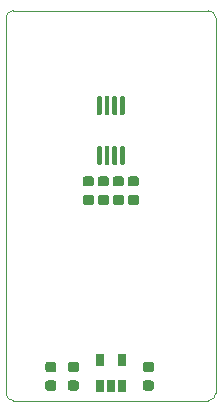
<source format=gbr>
%TF.GenerationSoftware,KiCad,Pcbnew,5.1.6+dfsg1-1~bpo10+1*%
%TF.CreationDate,2020-07-08T21:11:21+00:00*%
%TF.ProjectId,ProMicro_UART,50726f4d-6963-4726-9f5f-554152542e6b,v2*%
%TF.SameCoordinates,Original*%
%TF.FileFunction,Paste,Bot*%
%TF.FilePolarity,Positive*%
%FSLAX45Y45*%
G04 Gerber Fmt 4.5, Leading zero omitted, Abs format (unit mm)*
G04 Created by KiCad (PCBNEW 5.1.6+dfsg1-1~bpo10+1) date 2020-07-08 21:11:21*
%MOMM*%
%LPD*%
G01*
G04 APERTURE LIST*
%TA.AperFunction,Profile*%
%ADD10C,0.100000*%
%TD*%
%ADD11R,0.650000X1.060000*%
G04 APERTURE END LIST*
D10*
X-1651000Y3111500D02*
X-1651000Y-63500D01*
X127000Y3111500D02*
X127000Y-63500D01*
X-1587500Y-127000D02*
G75*
G02*
X-1651000Y-63500I0J63500D01*
G01*
X127000Y-63500D02*
G75*
G02*
X63500Y-127000I-63500J0D01*
G01*
X63500Y3175000D02*
G75*
G02*
X127000Y3111500I0J-63500D01*
G01*
X-1651000Y3111500D02*
G75*
G02*
X-1587500Y3175000I63500J0D01*
G01*
X63500Y-127000D02*
X-1587500Y-127000D01*
X-1587500Y3175000D02*
X63500Y3175000D01*
G36*
G01*
X-851125Y1616000D02*
X-799875Y1616000D01*
G75*
G02*
X-778000Y1594125I0J-21875D01*
G01*
X-778000Y1550375D01*
G75*
G02*
X-799875Y1528500I-21875J0D01*
G01*
X-851125Y1528500D01*
G75*
G02*
X-873000Y1550375I0J21875D01*
G01*
X-873000Y1594125D01*
G75*
G02*
X-851125Y1616000I21875J0D01*
G01*
G37*
G36*
G01*
X-851125Y1773500D02*
X-799875Y1773500D01*
G75*
G02*
X-778000Y1751625I0J-21875D01*
G01*
X-778000Y1707875D01*
G75*
G02*
X-799875Y1686000I-21875J0D01*
G01*
X-851125Y1686000D01*
G75*
G02*
X-873000Y1707875I0J21875D01*
G01*
X-873000Y1751625D01*
G75*
G02*
X-851125Y1773500I21875J0D01*
G01*
G37*
G36*
G01*
X-978125Y1616000D02*
X-926875Y1616000D01*
G75*
G02*
X-905000Y1594125I0J-21875D01*
G01*
X-905000Y1550375D01*
G75*
G02*
X-926875Y1528500I-21875J0D01*
G01*
X-978125Y1528500D01*
G75*
G02*
X-1000000Y1550375I0J21875D01*
G01*
X-1000000Y1594125D01*
G75*
G02*
X-978125Y1616000I21875J0D01*
G01*
G37*
G36*
G01*
X-978125Y1773500D02*
X-926875Y1773500D01*
G75*
G02*
X-905000Y1751625I0J-21875D01*
G01*
X-905000Y1707875D01*
G75*
G02*
X-926875Y1686000I-21875J0D01*
G01*
X-978125Y1686000D01*
G75*
G02*
X-1000000Y1707875I0J21875D01*
G01*
X-1000000Y1751625D01*
G75*
G02*
X-978125Y1773500I21875J0D01*
G01*
G37*
G36*
G01*
X-724125Y1616000D02*
X-672875Y1616000D01*
G75*
G02*
X-651000Y1594125I0J-21875D01*
G01*
X-651000Y1550375D01*
G75*
G02*
X-672875Y1528500I-21875J0D01*
G01*
X-724125Y1528500D01*
G75*
G02*
X-746000Y1550375I0J21875D01*
G01*
X-746000Y1594125D01*
G75*
G02*
X-724125Y1616000I21875J0D01*
G01*
G37*
G36*
G01*
X-724125Y1773500D02*
X-672875Y1773500D01*
G75*
G02*
X-651000Y1751625I0J-21875D01*
G01*
X-651000Y1707875D01*
G75*
G02*
X-672875Y1686000I-21875J0D01*
G01*
X-724125Y1686000D01*
G75*
G02*
X-746000Y1707875I0J21875D01*
G01*
X-746000Y1751625D01*
G75*
G02*
X-724125Y1773500I21875J0D01*
G01*
G37*
G36*
G01*
X-597125Y1616000D02*
X-545875Y1616000D01*
G75*
G02*
X-524000Y1594125I0J-21875D01*
G01*
X-524000Y1550375D01*
G75*
G02*
X-545875Y1528500I-21875J0D01*
G01*
X-597125Y1528500D01*
G75*
G02*
X-619000Y1550375I0J21875D01*
G01*
X-619000Y1594125D01*
G75*
G02*
X-597125Y1616000I21875J0D01*
G01*
G37*
G36*
G01*
X-597125Y1773500D02*
X-545875Y1773500D01*
G75*
G02*
X-524000Y1751625I0J-21875D01*
G01*
X-524000Y1707875D01*
G75*
G02*
X-545875Y1686000I-21875J0D01*
G01*
X-597125Y1686000D01*
G75*
G02*
X-619000Y1707875I0J21875D01*
G01*
X-619000Y1751625D01*
G75*
G02*
X-597125Y1773500I21875J0D01*
G01*
G37*
G36*
G01*
X-654500Y2289000D02*
X-674500Y2289000D01*
G75*
G02*
X-684500Y2299000I0J10000D01*
G01*
X-684500Y2441500D01*
G75*
G02*
X-674500Y2451500I10000J0D01*
G01*
X-654500Y2451500D01*
G75*
G02*
X-644500Y2441500I0J-10000D01*
G01*
X-644500Y2299000D01*
G75*
G02*
X-654500Y2289000I-10000J0D01*
G01*
G37*
G36*
G01*
X-719500Y2289000D02*
X-739500Y2289000D01*
G75*
G02*
X-749500Y2299000I0J10000D01*
G01*
X-749500Y2441500D01*
G75*
G02*
X-739500Y2451500I10000J0D01*
G01*
X-719500Y2451500D01*
G75*
G02*
X-709500Y2441500I0J-10000D01*
G01*
X-709500Y2299000D01*
G75*
G02*
X-719500Y2289000I-10000J0D01*
G01*
G37*
G36*
G01*
X-784500Y2289000D02*
X-804500Y2289000D01*
G75*
G02*
X-814500Y2299000I0J10000D01*
G01*
X-814500Y2441500D01*
G75*
G02*
X-804500Y2451500I10000J0D01*
G01*
X-784500Y2451500D01*
G75*
G02*
X-774500Y2441500I0J-10000D01*
G01*
X-774500Y2299000D01*
G75*
G02*
X-784500Y2289000I-10000J0D01*
G01*
G37*
G36*
G01*
X-849500Y2289000D02*
X-869500Y2289000D01*
G75*
G02*
X-879500Y2299000I0J10000D01*
G01*
X-879500Y2441500D01*
G75*
G02*
X-869500Y2451500I10000J0D01*
G01*
X-849500Y2451500D01*
G75*
G02*
X-839500Y2441500I0J-10000D01*
G01*
X-839500Y2299000D01*
G75*
G02*
X-849500Y2289000I-10000J0D01*
G01*
G37*
G36*
G01*
X-849500Y1866500D02*
X-869500Y1866500D01*
G75*
G02*
X-879500Y1876500I0J10000D01*
G01*
X-879500Y2019000D01*
G75*
G02*
X-869500Y2029000I10000J0D01*
G01*
X-849500Y2029000D01*
G75*
G02*
X-839500Y2019000I0J-10000D01*
G01*
X-839500Y1876500D01*
G75*
G02*
X-849500Y1866500I-10000J0D01*
G01*
G37*
G36*
G01*
X-784500Y1866500D02*
X-804500Y1866500D01*
G75*
G02*
X-814500Y1876500I0J10000D01*
G01*
X-814500Y2019000D01*
G75*
G02*
X-804500Y2029000I10000J0D01*
G01*
X-784500Y2029000D01*
G75*
G02*
X-774500Y2019000I0J-10000D01*
G01*
X-774500Y1876500D01*
G75*
G02*
X-784500Y1866500I-10000J0D01*
G01*
G37*
G36*
G01*
X-719500Y1866500D02*
X-739500Y1866500D01*
G75*
G02*
X-749500Y1876500I0J10000D01*
G01*
X-749500Y2019000D01*
G75*
G02*
X-739500Y2029000I10000J0D01*
G01*
X-719500Y2029000D01*
G75*
G02*
X-709500Y2019000I0J-10000D01*
G01*
X-709500Y1876500D01*
G75*
G02*
X-719500Y1866500I-10000J0D01*
G01*
G37*
G36*
G01*
X-654500Y1866500D02*
X-674500Y1866500D01*
G75*
G02*
X-684500Y1876500I0J10000D01*
G01*
X-684500Y2019000D01*
G75*
G02*
X-674500Y2029000I10000J0D01*
G01*
X-654500Y2029000D01*
G75*
G02*
X-644500Y2019000I0J-10000D01*
G01*
X-644500Y1876500D01*
G75*
G02*
X-654500Y1866500I-10000J0D01*
G01*
G37*
G36*
G01*
X-470125Y43750D02*
X-418875Y43750D01*
G75*
G02*
X-397000Y21875I0J-21875D01*
G01*
X-397000Y-21875D01*
G75*
G02*
X-418875Y-43750I-21875J0D01*
G01*
X-470125Y-43750D01*
G75*
G02*
X-492000Y-21875I0J21875D01*
G01*
X-492000Y21875D01*
G75*
G02*
X-470125Y43750I21875J0D01*
G01*
G37*
G36*
G01*
X-470125Y201250D02*
X-418875Y201250D01*
G75*
G02*
X-397000Y179375I0J-21875D01*
G01*
X-397000Y135625D01*
G75*
G02*
X-418875Y113750I-21875J0D01*
G01*
X-470125Y113750D01*
G75*
G02*
X-492000Y135625I0J21875D01*
G01*
X-492000Y179375D01*
G75*
G02*
X-470125Y201250I21875J0D01*
G01*
G37*
G36*
G01*
X-1053875Y113750D02*
X-1105125Y113750D01*
G75*
G02*
X-1127000Y135625I0J21875D01*
G01*
X-1127000Y179375D01*
G75*
G02*
X-1105125Y201250I21875J0D01*
G01*
X-1053875Y201250D01*
G75*
G02*
X-1032000Y179375I0J-21875D01*
G01*
X-1032000Y135625D01*
G75*
G02*
X-1053875Y113750I-21875J0D01*
G01*
G37*
G36*
G01*
X-1053875Y-43750D02*
X-1105125Y-43750D01*
G75*
G02*
X-1127000Y-21875I0J21875D01*
G01*
X-1127000Y21875D01*
G75*
G02*
X-1105125Y43750I21875J0D01*
G01*
X-1053875Y43750D01*
G75*
G02*
X-1032000Y21875I0J-21875D01*
G01*
X-1032000Y-21875D01*
G75*
G02*
X-1053875Y-43750I-21875J0D01*
G01*
G37*
D11*
X-667000Y220000D03*
X-857000Y220000D03*
X-857000Y0D03*
X-762000Y0D03*
X-667000Y0D03*
G36*
G01*
X-1244375Y113750D02*
X-1295625Y113750D01*
G75*
G02*
X-1317500Y135625I0J21875D01*
G01*
X-1317500Y179375D01*
G75*
G02*
X-1295625Y201250I21875J0D01*
G01*
X-1244375Y201250D01*
G75*
G02*
X-1222500Y179375I0J-21875D01*
G01*
X-1222500Y135625D01*
G75*
G02*
X-1244375Y113750I-21875J0D01*
G01*
G37*
G36*
G01*
X-1244375Y-43750D02*
X-1295625Y-43750D01*
G75*
G02*
X-1317500Y-21875I0J21875D01*
G01*
X-1317500Y21875D01*
G75*
G02*
X-1295625Y43750I21875J0D01*
G01*
X-1244375Y43750D01*
G75*
G02*
X-1222500Y21875I0J-21875D01*
G01*
X-1222500Y-21875D01*
G75*
G02*
X-1244375Y-43750I-21875J0D01*
G01*
G37*
M02*

</source>
